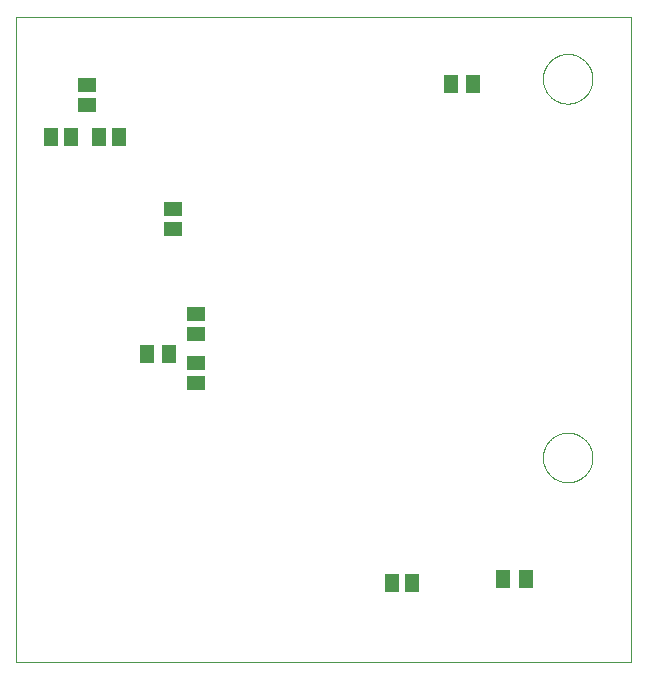
<source format=gtp>
G04 EAGLE Gerber X2 export*
%TF.Part,Single*%
%TF.FileFunction,Other,Solder paste top*%
%TF.FilePolarity,Positive*%
%TF.GenerationSoftware,Autodesk,EAGLE,9.4.0*%
%TF.CreationDate,2019-06-23T03:23:46Z*%
G75*
%MOMM*%
%FSLAX34Y34*%
%LPD*%
%INSolder paste top*%
%AMOC8*
5,1,8,0,0,1.08239X$1,22.5*%
G01*
%ADD10C,0.050000*%
%ADD11R,1.500000X1.300000*%
%ADD12R,1.300000X1.500000*%


D10*
X0Y0D02*
X520700Y0D01*
X520700Y546100D01*
X0Y546100D01*
X0Y0D01*
X446360Y493395D02*
X446366Y493910D01*
X446385Y494425D01*
X446417Y494940D01*
X446461Y495453D01*
X446518Y495966D01*
X446587Y496476D01*
X446669Y496985D01*
X446764Y497492D01*
X446870Y497996D01*
X446989Y498498D01*
X447121Y498996D01*
X447264Y499491D01*
X447420Y499982D01*
X447588Y500470D01*
X447767Y500953D01*
X447959Y501431D01*
X448162Y501905D01*
X448376Y502374D01*
X448602Y502837D01*
X448840Y503294D01*
X449088Y503746D01*
X449348Y504191D01*
X449618Y504630D01*
X449899Y505062D01*
X450191Y505487D01*
X450493Y505905D01*
X450805Y506315D01*
X451127Y506717D01*
X451459Y507112D01*
X451800Y507498D01*
X452151Y507875D01*
X452511Y508244D01*
X452880Y508604D01*
X453257Y508955D01*
X453643Y509296D01*
X454038Y509628D01*
X454440Y509950D01*
X454850Y510262D01*
X455268Y510564D01*
X455693Y510856D01*
X456125Y511137D01*
X456564Y511407D01*
X457009Y511667D01*
X457461Y511915D01*
X457918Y512153D01*
X458381Y512379D01*
X458850Y512593D01*
X459324Y512796D01*
X459802Y512988D01*
X460285Y513167D01*
X460773Y513335D01*
X461264Y513491D01*
X461759Y513634D01*
X462257Y513766D01*
X462759Y513885D01*
X463263Y513991D01*
X463770Y514086D01*
X464279Y514168D01*
X464789Y514237D01*
X465302Y514294D01*
X465815Y514338D01*
X466330Y514370D01*
X466845Y514389D01*
X467360Y514395D01*
X467875Y514389D01*
X468390Y514370D01*
X468905Y514338D01*
X469418Y514294D01*
X469931Y514237D01*
X470441Y514168D01*
X470950Y514086D01*
X471457Y513991D01*
X471961Y513885D01*
X472463Y513766D01*
X472961Y513634D01*
X473456Y513491D01*
X473947Y513335D01*
X474435Y513167D01*
X474918Y512988D01*
X475396Y512796D01*
X475870Y512593D01*
X476339Y512379D01*
X476802Y512153D01*
X477259Y511915D01*
X477711Y511667D01*
X478156Y511407D01*
X478595Y511137D01*
X479027Y510856D01*
X479452Y510564D01*
X479870Y510262D01*
X480280Y509950D01*
X480682Y509628D01*
X481077Y509296D01*
X481463Y508955D01*
X481840Y508604D01*
X482209Y508244D01*
X482569Y507875D01*
X482920Y507498D01*
X483261Y507112D01*
X483593Y506717D01*
X483915Y506315D01*
X484227Y505905D01*
X484529Y505487D01*
X484821Y505062D01*
X485102Y504630D01*
X485372Y504191D01*
X485632Y503746D01*
X485880Y503294D01*
X486118Y502837D01*
X486344Y502374D01*
X486558Y501905D01*
X486761Y501431D01*
X486953Y500953D01*
X487132Y500470D01*
X487300Y499982D01*
X487456Y499491D01*
X487599Y498996D01*
X487731Y498498D01*
X487850Y497996D01*
X487956Y497492D01*
X488051Y496985D01*
X488133Y496476D01*
X488202Y495966D01*
X488259Y495453D01*
X488303Y494940D01*
X488335Y494425D01*
X488354Y493910D01*
X488360Y493395D01*
X488354Y492880D01*
X488335Y492365D01*
X488303Y491850D01*
X488259Y491337D01*
X488202Y490824D01*
X488133Y490314D01*
X488051Y489805D01*
X487956Y489298D01*
X487850Y488794D01*
X487731Y488292D01*
X487599Y487794D01*
X487456Y487299D01*
X487300Y486808D01*
X487132Y486320D01*
X486953Y485837D01*
X486761Y485359D01*
X486558Y484885D01*
X486344Y484416D01*
X486118Y483953D01*
X485880Y483496D01*
X485632Y483044D01*
X485372Y482599D01*
X485102Y482160D01*
X484821Y481728D01*
X484529Y481303D01*
X484227Y480885D01*
X483915Y480475D01*
X483593Y480073D01*
X483261Y479678D01*
X482920Y479292D01*
X482569Y478915D01*
X482209Y478546D01*
X481840Y478186D01*
X481463Y477835D01*
X481077Y477494D01*
X480682Y477162D01*
X480280Y476840D01*
X479870Y476528D01*
X479452Y476226D01*
X479027Y475934D01*
X478595Y475653D01*
X478156Y475383D01*
X477711Y475123D01*
X477259Y474875D01*
X476802Y474637D01*
X476339Y474411D01*
X475870Y474197D01*
X475396Y473994D01*
X474918Y473802D01*
X474435Y473623D01*
X473947Y473455D01*
X473456Y473299D01*
X472961Y473156D01*
X472463Y473024D01*
X471961Y472905D01*
X471457Y472799D01*
X470950Y472704D01*
X470441Y472622D01*
X469931Y472553D01*
X469418Y472496D01*
X468905Y472452D01*
X468390Y472420D01*
X467875Y472401D01*
X467360Y472395D01*
X466845Y472401D01*
X466330Y472420D01*
X465815Y472452D01*
X465302Y472496D01*
X464789Y472553D01*
X464279Y472622D01*
X463770Y472704D01*
X463263Y472799D01*
X462759Y472905D01*
X462257Y473024D01*
X461759Y473156D01*
X461264Y473299D01*
X460773Y473455D01*
X460285Y473623D01*
X459802Y473802D01*
X459324Y473994D01*
X458850Y474197D01*
X458381Y474411D01*
X457918Y474637D01*
X457461Y474875D01*
X457009Y475123D01*
X456564Y475383D01*
X456125Y475653D01*
X455693Y475934D01*
X455268Y476226D01*
X454850Y476528D01*
X454440Y476840D01*
X454038Y477162D01*
X453643Y477494D01*
X453257Y477835D01*
X452880Y478186D01*
X452511Y478546D01*
X452151Y478915D01*
X451800Y479292D01*
X451459Y479678D01*
X451127Y480073D01*
X450805Y480475D01*
X450493Y480885D01*
X450191Y481303D01*
X449899Y481728D01*
X449618Y482160D01*
X449348Y482599D01*
X449088Y483044D01*
X448840Y483496D01*
X448602Y483953D01*
X448376Y484416D01*
X448162Y484885D01*
X447959Y485359D01*
X447767Y485837D01*
X447588Y486320D01*
X447420Y486808D01*
X447264Y487299D01*
X447121Y487794D01*
X446989Y488292D01*
X446870Y488794D01*
X446764Y489298D01*
X446669Y489805D01*
X446587Y490314D01*
X446518Y490824D01*
X446461Y491337D01*
X446417Y491850D01*
X446385Y492365D01*
X446366Y492880D01*
X446360Y493395D01*
X446360Y172720D02*
X446366Y173235D01*
X446385Y173750D01*
X446417Y174265D01*
X446461Y174778D01*
X446518Y175291D01*
X446587Y175801D01*
X446669Y176310D01*
X446764Y176817D01*
X446870Y177321D01*
X446989Y177823D01*
X447121Y178321D01*
X447264Y178816D01*
X447420Y179307D01*
X447588Y179795D01*
X447767Y180278D01*
X447959Y180756D01*
X448162Y181230D01*
X448376Y181699D01*
X448602Y182162D01*
X448840Y182619D01*
X449088Y183071D01*
X449348Y183516D01*
X449618Y183955D01*
X449899Y184387D01*
X450191Y184812D01*
X450493Y185230D01*
X450805Y185640D01*
X451127Y186042D01*
X451459Y186437D01*
X451800Y186823D01*
X452151Y187200D01*
X452511Y187569D01*
X452880Y187929D01*
X453257Y188280D01*
X453643Y188621D01*
X454038Y188953D01*
X454440Y189275D01*
X454850Y189587D01*
X455268Y189889D01*
X455693Y190181D01*
X456125Y190462D01*
X456564Y190732D01*
X457009Y190992D01*
X457461Y191240D01*
X457918Y191478D01*
X458381Y191704D01*
X458850Y191918D01*
X459324Y192121D01*
X459802Y192313D01*
X460285Y192492D01*
X460773Y192660D01*
X461264Y192816D01*
X461759Y192959D01*
X462257Y193091D01*
X462759Y193210D01*
X463263Y193316D01*
X463770Y193411D01*
X464279Y193493D01*
X464789Y193562D01*
X465302Y193619D01*
X465815Y193663D01*
X466330Y193695D01*
X466845Y193714D01*
X467360Y193720D01*
X467875Y193714D01*
X468390Y193695D01*
X468905Y193663D01*
X469418Y193619D01*
X469931Y193562D01*
X470441Y193493D01*
X470950Y193411D01*
X471457Y193316D01*
X471961Y193210D01*
X472463Y193091D01*
X472961Y192959D01*
X473456Y192816D01*
X473947Y192660D01*
X474435Y192492D01*
X474918Y192313D01*
X475396Y192121D01*
X475870Y191918D01*
X476339Y191704D01*
X476802Y191478D01*
X477259Y191240D01*
X477711Y190992D01*
X478156Y190732D01*
X478595Y190462D01*
X479027Y190181D01*
X479452Y189889D01*
X479870Y189587D01*
X480280Y189275D01*
X480682Y188953D01*
X481077Y188621D01*
X481463Y188280D01*
X481840Y187929D01*
X482209Y187569D01*
X482569Y187200D01*
X482920Y186823D01*
X483261Y186437D01*
X483593Y186042D01*
X483915Y185640D01*
X484227Y185230D01*
X484529Y184812D01*
X484821Y184387D01*
X485102Y183955D01*
X485372Y183516D01*
X485632Y183071D01*
X485880Y182619D01*
X486118Y182162D01*
X486344Y181699D01*
X486558Y181230D01*
X486761Y180756D01*
X486953Y180278D01*
X487132Y179795D01*
X487300Y179307D01*
X487456Y178816D01*
X487599Y178321D01*
X487731Y177823D01*
X487850Y177321D01*
X487956Y176817D01*
X488051Y176310D01*
X488133Y175801D01*
X488202Y175291D01*
X488259Y174778D01*
X488303Y174265D01*
X488335Y173750D01*
X488354Y173235D01*
X488360Y172720D01*
X488354Y172205D01*
X488335Y171690D01*
X488303Y171175D01*
X488259Y170662D01*
X488202Y170149D01*
X488133Y169639D01*
X488051Y169130D01*
X487956Y168623D01*
X487850Y168119D01*
X487731Y167617D01*
X487599Y167119D01*
X487456Y166624D01*
X487300Y166133D01*
X487132Y165645D01*
X486953Y165162D01*
X486761Y164684D01*
X486558Y164210D01*
X486344Y163741D01*
X486118Y163278D01*
X485880Y162821D01*
X485632Y162369D01*
X485372Y161924D01*
X485102Y161485D01*
X484821Y161053D01*
X484529Y160628D01*
X484227Y160210D01*
X483915Y159800D01*
X483593Y159398D01*
X483261Y159003D01*
X482920Y158617D01*
X482569Y158240D01*
X482209Y157871D01*
X481840Y157511D01*
X481463Y157160D01*
X481077Y156819D01*
X480682Y156487D01*
X480280Y156165D01*
X479870Y155853D01*
X479452Y155551D01*
X479027Y155259D01*
X478595Y154978D01*
X478156Y154708D01*
X477711Y154448D01*
X477259Y154200D01*
X476802Y153962D01*
X476339Y153736D01*
X475870Y153522D01*
X475396Y153319D01*
X474918Y153127D01*
X474435Y152948D01*
X473947Y152780D01*
X473456Y152624D01*
X472961Y152481D01*
X472463Y152349D01*
X471961Y152230D01*
X471457Y152124D01*
X470950Y152029D01*
X470441Y151947D01*
X469931Y151878D01*
X469418Y151821D01*
X468905Y151777D01*
X468390Y151745D01*
X467875Y151726D01*
X467360Y151720D01*
X466845Y151726D01*
X466330Y151745D01*
X465815Y151777D01*
X465302Y151821D01*
X464789Y151878D01*
X464279Y151947D01*
X463770Y152029D01*
X463263Y152124D01*
X462759Y152230D01*
X462257Y152349D01*
X461759Y152481D01*
X461264Y152624D01*
X460773Y152780D01*
X460285Y152948D01*
X459802Y153127D01*
X459324Y153319D01*
X458850Y153522D01*
X458381Y153736D01*
X457918Y153962D01*
X457461Y154200D01*
X457009Y154448D01*
X456564Y154708D01*
X456125Y154978D01*
X455693Y155259D01*
X455268Y155551D01*
X454850Y155853D01*
X454440Y156165D01*
X454038Y156487D01*
X453643Y156819D01*
X453257Y157160D01*
X452880Y157511D01*
X452511Y157871D01*
X452151Y158240D01*
X451800Y158617D01*
X451459Y159003D01*
X451127Y159398D01*
X450805Y159800D01*
X450493Y160210D01*
X450191Y160628D01*
X449899Y161053D01*
X449618Y161485D01*
X449348Y161924D01*
X449088Y162369D01*
X448840Y162821D01*
X448602Y163278D01*
X448376Y163741D01*
X448162Y164210D01*
X447959Y164684D01*
X447767Y165162D01*
X447588Y165645D01*
X447420Y166133D01*
X447264Y166624D01*
X447121Y167119D01*
X446989Y167617D01*
X446870Y168119D01*
X446764Y168623D01*
X446669Y169130D01*
X446587Y169639D01*
X446518Y170149D01*
X446461Y170662D01*
X446417Y171175D01*
X446385Y171690D01*
X446366Y172205D01*
X446360Y172720D01*
D11*
X60325Y470925D03*
X60325Y487925D03*
D12*
X29600Y444500D03*
X46600Y444500D03*
X70875Y444500D03*
X87875Y444500D03*
X111150Y260350D03*
X130150Y260350D03*
D11*
X152400Y252975D03*
X152400Y235975D03*
X152400Y277250D03*
X152400Y294250D03*
X133350Y366150D03*
X133350Y383150D03*
D12*
X387325Y488950D03*
X368325Y488950D03*
X318525Y66675D03*
X335525Y66675D03*
X412775Y69850D03*
X431775Y69850D03*
M02*

</source>
